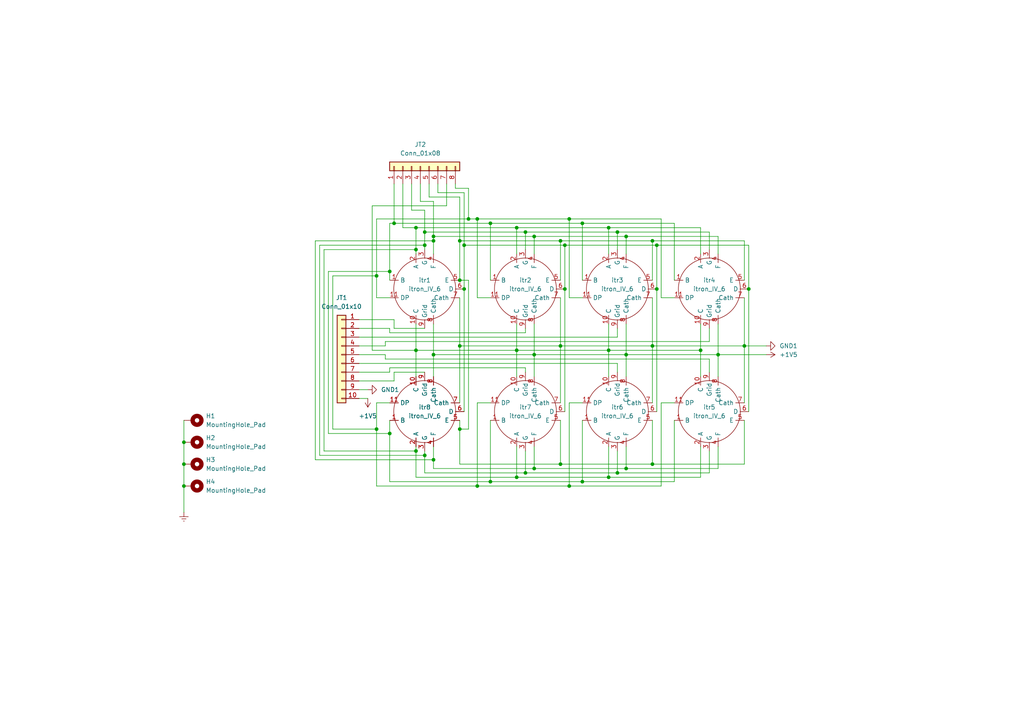
<source format=kicad_sch>
(kicad_sch (version 20211123) (generator eeschema)
  (paper "A4")
  (title_block (title "Divergence Meter - logic board") (date "2022") (company "Made by Toohka / Okarisu"))
  (lib_symbols
    (symbol "Connector_Generic:Conn_01x08" (pin_names (offset 1.016) hide)
      (property "Reference" "J" (at 0 10.16 0))
      (property "Value" "Conn_01x08" (at 0 -12.7 0))
      (symbol "Conn_01x08_1_1"
        (rectangle (start -1.27 -10.033) (end 0 -10.287) (stroke (width 0.1524)))
        (rectangle (start -1.27 -7.493) (end 0 -7.747) (stroke (width 0.1524)))
        (rectangle (start -1.27 -4.953) (end 0 -5.207) (stroke (width 0.1524)))
        (rectangle (start -1.27 -2.413) (end 0 -2.667) (stroke (width 0.1524)))
        (rectangle (start -1.27 0.127) (end 0 -0.127) (stroke (width 0.1524)))
        (rectangle (start -1.27 2.667) (end 0 2.413) (stroke (width 0.1524)))
        (rectangle (start -1.27 5.207) (end 0 4.953) (stroke (width 0.1524)))
        (rectangle (start -1.27 7.747) (end 0 7.493) (stroke (width 0.1524)))
        (rectangle (start -1.27 8.89) (end 1.27 -11.43) (stroke (width 0.254)) (fill (type background)))
        (pin passive line (at -5.08 7.62 0) (length 3.81) (name "Pin_1") (number "1"))
        (pin passive line (at -5.08 5.08 0) (length 3.81) (name "Pin_2") (number "2"))
        (pin passive line (at -5.08 2.54 0) (length 3.81) (name "Pin_3") (number "3"))
        (pin passive line (at -5.08 0 0) (length 3.81) (name "Pin_4") (number "4"))
        (pin passive line (at -5.08 -2.54 0) (length 3.81) (name "Pin_5") (number "5"))
        (pin passive line (at -5.08 -5.08 0) (length 3.81) (name "Pin_6") (number "6"))
        (pin passive line (at -5.08 -7.62 0) (length 3.81) (name "Pin_7") (number "7"))
        (pin passive line (at -5.08 -10.16 0) (length 3.81) (name "Pin_8") (number "8"))
      )
    )
    (symbol "Connector_Generic:Conn_01x10" (pin_names (offset 1.016) hide)
      (property "Reference" "J" (at 0 12.7 0))
      (property "Value" "Conn_01x10" (at 0 -15.24 0))
      (symbol "Conn_01x10_1_1"
        (rectangle (start -1.27 -12.573) (end 0 -12.827) (stroke (width 0.1524)))
        (rectangle (start -1.27 -10.033) (end 0 -10.287) (stroke (width 0.1524)))
        (rectangle (start -1.27 -7.493) (end 0 -7.747) (stroke (width 0.1524)))
        (rectangle (start -1.27 -4.953) (end 0 -5.207) (stroke (width 0.1524)))
        (rectangle (start -1.27 -2.413) (end 0 -2.667) (stroke (width 0.1524)))
        (rectangle (start -1.27 0.127) (end 0 -0.127) (stroke (width 0.1524)))
        (rectangle (start -1.27 2.667) (end 0 2.413) (stroke (width 0.1524)))
        (rectangle (start -1.27 5.207) (end 0 4.953) (stroke (width 0.1524)))
        (rectangle (start -1.27 7.747) (end 0 7.493) (stroke (width 0.1524)))
        (rectangle (start -1.27 10.287) (end 0 10.033) (stroke (width 0.1524)))
        (rectangle (start -1.27 11.43) (end 1.27 -13.97) (stroke (width 0.254)) (fill (type background)))
        (pin passive line (at -5.08 10.16 0) (length 3.81) (name "Pin_1") (number "1"))
        (pin passive line (at -5.08 -12.7 0) (length 3.81) (name "Pin_10") (number "10"))
        (pin passive line (at -5.08 7.62 0) (length 3.81) (name "Pin_2") (number "2"))
        (pin passive line (at -5.08 5.08 0) (length 3.81) (name "Pin_3") (number "3"))
        (pin passive line (at -5.08 2.54 0) (length 3.81) (name "Pin_4") (number "4"))
        (pin passive line (at -5.08 0 0) (length 3.81) (name "Pin_5") (number "5"))
        (pin passive line (at -5.08 -2.54 0) (length 3.81) (name "Pin_6") (number "6"))
        (pin passive line (at -5.08 -5.08 0) (length 3.81) (name "Pin_7") (number "7"))
        (pin passive line (at -5.08 -7.62 0) (length 3.81) (name "Pin_8") (number "8"))
        (pin passive line (at -5.08 -10.16 0) (length 3.81) (name "Pin_9") (number "9"))
      )
    )
    (symbol "Mechanical:MountingHole_Pad" (pin_numbers hide) (pin_names (offset 1.016) hide)
      (property "Reference" "H" (at 0 6.35 0))
      (property "Value" "MountingHole_Pad" (at 0 4.445 0))
      (symbol "MountingHole_Pad_0_1"
        (circle (center 0 1.27) (radius 1.27) (stroke (width 1.27)))
      )
      (symbol "MountingHole_Pad_1_1"
        (pin input line (at 0 -2.54 90) (length 2.54) (name "1") (number "1"))
      )
    )
    (symbol "itron_iv_6:itron_IV_6"
      (property "Reference" "itr" (at 0 0 0))
      (property "Value" "itron_IV_6" (at -10.16 -5.08 0))
      (symbol "itron_IV_6_0_1"
        (circle (center 0 -13.97) (radius 8.9803))
      )
      (symbol "itron_IV_6_1_1"
        (pin input line (at -10.16 -11.43 0) (length 2.54) (name "B") (number "1"))
        (pin input line (at -2.54 -24.13 90) (length 2.54) (name "C") (number "10"))
        (pin input line (at -10.16 -16.51 0) (length 2.54) (name "DP") (number "11"))
        (pin input line (at -2.54 -3.81 270) (length 2.54) (name "A") (number "2"))
        (pin input line (at 0 -2.54 270) (length 2.54) (name "G") (number "3"))
        (pin input line (at 2.54 -3.81 270) (length 2.54) (name "F") (number "4"))
        (pin input line (at 10.16 -11.43 180) (length 2.54) (name "E") (number "5"))
        (pin input line (at 11.43 -13.97 180) (length 2.54) (name "D") (number "6"))
        (pin input line (at 10.16 -16.51 180) (length 2.54) (name "Cath") (number "7"))
        (pin input line (at 2.54 -24.13 90) (length 2.54) (name "Cath") (number "8"))
        (pin input line (at 0 -25.4 90) (length 2.54) (name "Grid") (number "9"))
      )
    )
    (symbol "power:+1V5" (power) (pin_names (offset 0))
      (property "Value" "+1V5" (at 0 3.556 0))
      (symbol "+1V5_0_1"
        (polyline (pts (xy -0.762 1.27) (xy 0 2.54)))
        (polyline (pts (xy 0 0) (xy 0 2.54)))
        (polyline (pts (xy 0 2.54) (xy 0.762 1.27)))
      )
      (symbol "+1V5_1_1"
        (pin power_in line (at 0 0 90) (length 0) hide (name "+1V5") (number "1"))
      )
    )
    (symbol "power:Earth" (power) (pin_names (offset 0))
      (symbol "Earth_0_1"
        (polyline (pts (xy -0.635 -1.905) (xy 0.635 -1.905)))
        (polyline (pts (xy -0.127 -2.54) (xy 0.127 -2.54)))
        (polyline (pts (xy 0 -1.27) (xy 0 0)))
        (polyline (pts (xy 1.27 -1.27) (xy -1.27 -1.27)))
      )
      (symbol "Earth_1_1"
        (pin power_in line (at 0 0 270) (length 0) hide (name "Earth") (number "1"))
      )
    )
    (symbol "power:GND1" (power) (pin_names (offset 0))
      (property "Value" "GND1" (at 0 -3.81 0))
      (symbol "GND1_0_1"
        (polyline (pts (xy 0 0) (xy 0 -1.27) (xy 1.27 -1.27) (xy 0 -2.54) (xy -1.27 -1.27) (xy 0 -1.27)))
      )
      (symbol "GND1_1_1"
        (pin power_in line (at 0 0 270) (length 0) hide (name "GND1") (number "1"))
      )
    )
  )
  (junction (at 189.23 100.33))
  (junction (at 133.35 100.33))
  (junction (at 162.56 69.85))
  (junction (at 53.34 128.27))
  (junction (at 154.94 68.58))
  (junction (at 190.5 83.82))
  (junction (at 125.73 133.35))
  (junction (at 152.4 137.16))
  (junction (at 138.43 63.5))
  (junction (at 163.83 83.82))
  (junction (at 154.94 135.89))
  (junction (at 163.83 71.12))
  (junction (at 203.2 101.6))
  (junction (at 149.86 138.43))
  (junction (at 133.35 69.85))
  (junction (at 149.86 66.04))
  (junction (at 176.53 101.6))
  (junction (at 168.91 139.7))
  (junction (at 125.73 102.87))
  (junction (at 133.35 124.46))
  (junction (at 208.28 102.87))
  (junction (at 217.17 83.82))
  (junction (at 189.23 69.85))
  (junction (at 179.07 137.16))
  (junction (at 165.1 63.5))
  (junction (at 120.65 101.6))
  (junction (at 109.22 124.46))
  (junction (at 123.19 71.12))
  (junction (at 165.1 140.97))
  (junction (at 162.56 100.33))
  (junction (at 113.03 125.73))
  (junction (at 181.61 102.87))
  (junction (at 134.62 83.82))
  (junction (at 53.34 140.97))
  (junction (at 176.53 138.43))
  (junction (at 189.23 134.62))
  (junction (at 149.86 101.6))
  (junction (at 120.65 72.39))
  (junction (at 133.35 81.28))
  (junction (at 181.61 135.89))
  (junction (at 168.91 64.77))
  (junction (at 120.65 66.04))
  (junction (at 114.3 64.77))
  (junction (at 154.94 102.87))
  (junction (at 134.62 71.12))
  (junction (at 176.53 66.04))
  (junction (at 181.61 68.58))
  (junction (at 120.65 130.81))
  (junction (at 138.43 140.97))
  (junction (at 152.4 67.31))
  (junction (at 53.34 134.62))
  (junction (at 109.22 80.01))
  (junction (at 190.5 71.12))
  (junction (at 142.24 139.7))
  (junction (at 113.03 78.74))
  (junction (at 215.9 100.33))
  (junction (at 162.56 134.62))
  (junction (at 135.89 63.5))
  (junction (at 123.19 132.08))
  (junction (at 123.19 67.31))
  (junction (at 125.73 69.85))
  (junction (at 179.07 67.31))
  (junction (at 142.24 64.77))
  (junction (at 125.73 68.58))
  (wire (pts (xy 119.38 60.96) (xy 123.19 60.96)))
  (wire (pts (xy 179.07 95.25) (xy 179.07 97.79)))
  (wire (pts (xy 134.62 55.88) (xy 127 55.88)))
  (wire (pts (xy 149.86 66.04) (xy 120.65 66.04)))
  (wire (pts (xy 123.19 60.96) (xy 123.19 67.31)))
  (wire (pts (xy 179.07 67.31) (xy 179.07 72.39)))
  (wire (pts (xy 176.53 66.04) (xy 149.86 66.04)))
  (wire (pts (xy 123.19 71.12) (xy 92.71 71.12)))
  (wire (pts (xy 135.89 81.28) (xy 133.35 81.28)))
  (wire (pts (xy 179.07 105.41) (xy 179.07 107.95)))
  (wire (pts (xy 133.35 100.33) (xy 162.56 100.33)))
  (wire (pts (xy 138.43 140.97) (xy 165.1 140.97)))
  (wire (pts (xy 162.56 69.85) (xy 162.56 81.28)))
  (wire (pts (xy 189.23 121.92) (xy 189.23 134.62)))
  (wire (pts (xy 120.65 93.98) (xy 120.65 101.6)))
  (wire (pts (xy 149.86 66.04) (xy 149.86 73.66)))
  (wire (pts (xy 181.61 68.58) (xy 208.28 68.58)))
  (wire (pts (xy 53.34 140.97) (xy 53.34 148.59)))
  (wire (pts (xy 109.22 124.46) (xy 96.52 124.46)))
  (wire (pts (xy 109.22 86.36) (xy 109.22 80.01)))
  (wire (pts (xy 134.62 83.82) (xy 134.62 119.38)))
  (wire (pts (xy 142.24 121.92) (xy 142.24 139.7)))
  (wire (pts (xy 168.91 64.77) (xy 195.58 64.77)))
  (wire (pts (xy 133.35 124.46) (xy 133.35 134.62)))
  (wire (pts (xy 205.74 95.25) (xy 205.74 99.06)))
  (wire (pts (xy 205.74 67.31) (xy 179.07 67.31)))
  (wire (pts (xy 176.53 129.54) (xy 176.53 138.43)))
  (wire (pts (xy 205.74 130.81) (xy 205.74 137.16)))
  (wire (pts (xy 114.3 110.49) (xy 114.3 107.95)))
  (wire (pts (xy 133.35 69.85) (xy 133.35 57.15)))
  (wire (pts (xy 133.35 134.62) (xy 162.56 134.62)))
  (wire (pts (xy 125.73 69.85) (xy 125.73 68.58)))
  (wire (pts (xy 125.73 93.98) (xy 125.73 102.87)))
  (wire (pts (xy 190.5 83.82) (xy 190.5 119.38)))
  (wire (pts (xy 208.28 129.54) (xy 208.28 135.89)))
  (wire (pts (xy 120.65 72.39) (xy 120.65 73.66)))
  (wire (pts (xy 125.73 58.42) (xy 121.92 58.42)))
  (wire (pts (xy 120.65 129.54) (xy 120.65 130.81)))
  (wire (pts (xy 149.86 93.98) (xy 149.86 101.6)))
  (wire (pts (xy 133.35 69.85) (xy 162.56 69.85)))
  (wire (pts (xy 149.86 138.43) (xy 176.53 138.43)))
  (wire (pts (xy 176.53 101.6) (xy 203.2 101.6)))
  (wire (pts (xy 104.14 97.79) (xy 179.07 97.79)))
  (wire (pts (xy 134.62 71.12) (xy 134.62 55.88)))
  (wire (pts (xy 107.95 59.69) (xy 129.54 59.69)))
  (wire (pts (xy 162.56 69.85) (xy 189.23 69.85)))
  (wire (pts (xy 152.4 67.31) (xy 152.4 72.39)))
  (wire (pts (xy 152.4 106.68) (xy 152.4 107.95)))
  (wire (pts (xy 113.03 121.92) (xy 113.03 125.73)))
  (wire (pts (xy 113.03 78.74) (xy 113.03 64.77)))
  (wire (pts (xy 154.94 102.87) (xy 154.94 109.22)))
  (wire (pts (xy 208.28 93.98) (xy 208.28 102.87)))
  (wire (pts (xy 190.5 71.12) (xy 217.17 71.12)))
  (wire (pts (xy 93.98 130.81) (xy 93.98 72.39)))
  (wire (pts (xy 181.61 102.87) (xy 208.28 102.87)))
  (wire (pts (xy 152.4 67.31) (xy 123.19 67.31)))
  (wire (pts (xy 120.65 66.04) (xy 120.65 72.39)))
  (wire (pts (xy 208.28 68.58) (xy 208.28 73.66)))
  (wire (pts (xy 132.08 54.61) (xy 132.08 53.34)))
  (wire (pts (xy 109.22 140.97) (xy 138.43 140.97)))
  (wire (pts (xy 154.94 93.98) (xy 154.94 102.87)))
  (wire (pts (xy 191.77 116.84) (xy 195.58 116.84)))
  (wire (pts (xy 179.07 67.31) (xy 152.4 67.31)))
  (wire (pts (xy 203.2 66.04) (xy 176.53 66.04)))
  (wire (pts (xy 208.28 135.89) (xy 181.61 135.89)))
  (wire (pts (xy 124.46 57.15) (xy 124.46 53.34)))
  (wire (pts (xy 134.62 71.12) (xy 134.62 83.82)))
  (wire (pts (xy 113.03 96.52) (xy 152.4 96.52)))
  (wire (pts (xy 113.03 106.68) (xy 152.4 106.68)))
  (wire (pts (xy 53.34 128.27) (xy 53.34 134.62)))
  (wire (pts (xy 121.92 58.42) (xy 121.92 53.34)))
  (wire (pts (xy 190.5 71.12) (xy 190.5 83.82)))
  (wire (pts (xy 208.28 102.87) (xy 208.28 109.22)))
  (wire (pts (xy 120.65 130.81) (xy 93.98 130.81)))
  (wire (pts (xy 104.14 102.87) (xy 111.76 102.87)))
  (wire (pts (xy 189.23 86.36) (xy 189.23 100.33)))
  (wire (pts (xy 123.19 132.08) (xy 123.19 130.81)))
  (wire (pts (xy 133.35 86.36) (xy 133.35 100.33)))
  (wire (pts (xy 205.74 99.06) (xy 111.76 99.06)))
  (wire (pts (xy 114.3 107.95) (xy 123.19 107.95)))
  (wire (pts (xy 107.95 59.69) (xy 107.95 101.6)))
  (wire (pts (xy 203.2 73.66) (xy 203.2 66.04)))
  (wire (pts (xy 96.52 124.46) (xy 96.52 80.01)))
  (wire (pts (xy 189.23 100.33) (xy 189.23 116.84)))
  (wire (pts (xy 189.23 134.62) (xy 162.56 134.62)))
  (wire (pts (xy 195.58 139.7) (xy 195.58 121.92)))
  (wire (pts (xy 120.65 101.6) (xy 107.95 101.6)))
  (wire (pts (xy 205.74 137.16) (xy 179.07 137.16)))
  (wire (pts (xy 53.34 134.62) (xy 53.34 140.97)))
  (wire (pts (xy 95.25 78.74) (xy 113.03 78.74)))
  (wire (pts (xy 133.35 100.33) (xy 133.35 116.84)))
  (wire (pts (xy 114.3 95.25) (xy 114.3 92.71)))
  (wire (pts (xy 113.03 139.7) (xy 142.24 139.7)))
  (wire (pts (xy 152.4 130.81) (xy 152.4 137.16)))
  (wire (pts (xy 149.86 129.54) (xy 149.86 138.43)))
  (wire (pts (xy 149.86 101.6) (xy 149.86 109.22)))
  (wire (pts (xy 134.62 71.12) (xy 163.83 71.12)))
  (wire (pts (xy 133.35 121.92) (xy 133.35 124.46)))
  (wire (pts (xy 191.77 140.97) (xy 191.77 116.84)))
  (wire (pts (xy 162.56 134.62) (xy 162.56 121.92)))
  (wire (pts (xy 120.65 130.81) (xy 120.65 138.43)))
  (wire (pts (xy 123.19 71.12) (xy 123.19 72.39)))
  (wire (pts (xy 215.9 86.36) (xy 215.9 100.33)))
  (wire (pts (xy 123.19 137.16) (xy 123.19 132.08)))
  (wire (pts (xy 181.61 93.98) (xy 181.61 102.87)))
  (wire (pts (xy 113.03 86.36) (xy 109.22 86.36)))
  (wire (pts (xy 138.43 116.84) (xy 142.24 116.84)))
  (wire (pts (xy 162.56 100.33) (xy 189.23 100.33)))
  (wire (pts (xy 217.17 71.12) (xy 217.17 83.82)))
  (wire (pts (xy 125.73 133.35) (xy 91.44 133.35)))
  (wire (pts (xy 114.3 53.34) (xy 114.3 64.77)))
  (wire (pts (xy 165.1 63.5) (xy 191.77 63.5)))
  (wire (pts (xy 93.98 72.39) (xy 120.65 72.39)))
  (wire (pts (xy 165.1 63.5) (xy 165.1 86.36)))
  (wire (pts (xy 138.43 63.5) (xy 138.43 86.36)))
  (wire (pts (xy 189.23 69.85) (xy 215.9 69.85)))
  (wire (pts (xy 181.61 135.89) (xy 154.94 135.89)))
  (wire (pts (xy 149.86 101.6) (xy 176.53 101.6)))
  (wire (pts (xy 215.9 134.62) (xy 189.23 134.62)))
  (wire (pts (xy 165.1 86.36) (xy 168.91 86.36)))
  (wire (pts (xy 191.77 63.5) (xy 191.77 86.36)))
  (wire (pts (xy 154.94 68.58) (xy 181.61 68.58)))
  (wire (pts (xy 125.73 133.35) (xy 125.73 135.89)))
  (wire (pts (xy 133.35 57.15) (xy 124.46 57.15)))
  (wire (pts (xy 165.1 116.84) (xy 168.91 116.84)))
  (wire (pts (xy 133.35 124.46) (xy 135.89 124.46)))
  (wire (pts (xy 176.53 66.04) (xy 176.53 73.66)))
  (wire (pts (xy 215.9 100.33) (xy 215.9 116.84)))
  (wire (pts (xy 125.73 73.66) (xy 125.73 69.85)))
  (wire (pts (xy 163.83 71.12) (xy 190.5 71.12)))
  (wire (pts (xy 123.19 67.31) (xy 123.19 71.12)))
  (wire (pts (xy 163.83 83.82) (xy 163.83 119.38)))
  (wire (pts (xy 113.03 125.73) (xy 95.25 125.73)))
  (wire (pts (xy 111.76 102.87) (xy 111.76 104.14)))
  (wire (pts (xy 154.94 102.87) (xy 181.61 102.87)))
  (wire (pts (xy 165.1 140.97) (xy 191.77 140.97)))
  (wire (pts (xy 135.89 124.46) (xy 135.89 81.28)))
  (wire (pts (xy 113.03 64.77) (xy 114.3 64.77)))
  (wire (pts (xy 176.53 93.98) (xy 176.53 101.6)))
  (wire (pts (xy 215.9 121.92) (xy 215.9 134.62)))
  (wire (pts (xy 203.2 101.6) (xy 203.2 109.22)))
  (wire (pts (xy 189.23 69.85) (xy 189.23 81.28)))
  (wire (pts (xy 135.89 63.5) (xy 135.89 54.61)))
  (wire (pts (xy 165.1 140.97) (xy 165.1 116.84)))
  (wire (pts (xy 138.43 140.97) (xy 138.43 116.84)))
  (wire (pts (xy 133.35 81.28) (xy 133.35 69.85)))
  (wire (pts (xy 138.43 63.5) (xy 165.1 63.5)))
  (wire (pts (xy 135.89 63.5) (xy 138.43 63.5)))
  (wire (pts (xy 125.73 102.87) (xy 154.94 102.87)))
  (wire (pts (xy 181.61 129.54) (xy 181.61 135.89)))
  (wire (pts (xy 109.22 124.46) (xy 109.22 140.97)))
  (wire (pts (xy 104.14 113.03) (xy 106.68 113.03)))
  (wire (pts (xy 125.73 68.58) (xy 154.94 68.58)))
  (wire (pts (xy 53.34 121.92) (xy 53.34 128.27)))
  (wire (pts (xy 114.3 92.71) (xy 104.14 92.71)))
  (wire (pts (xy 125.73 68.58) (xy 125.73 58.42)))
  (wire (pts (xy 119.38 53.34) (xy 119.38 60.96)))
  (wire (pts (xy 114.3 64.77) (xy 142.24 64.77)))
  (wire (pts (xy 215.9 100.33) (xy 222.25 100.33)))
  (wire (pts (xy 189.23 100.33) (xy 215.9 100.33)))
  (wire (pts (xy 120.65 101.6) (xy 149.86 101.6)))
  (wire (pts (xy 217.17 83.82) (xy 217.17 119.38)))
  (wire (pts (xy 129.54 59.69) (xy 129.54 53.34)))
  (wire (pts (xy 176.53 101.6) (xy 176.53 109.22)))
  (wire (pts (xy 104.14 95.25) (xy 113.03 95.25)))
  (wire (pts (xy 163.83 71.12) (xy 163.83 83.82)))
  (wire (pts (xy 125.73 135.89) (xy 154.94 135.89)))
  (wire (pts (xy 203.2 93.98) (xy 203.2 101.6)))
  (wire (pts (xy 195.58 64.77) (xy 195.58 81.28)))
  (wire (pts (xy 127 55.88) (xy 127 53.34)))
  (wire (pts (xy 179.07 130.81) (xy 179.07 137.16)))
  (wire (pts (xy 113.03 116.84) (xy 109.22 116.84)))
  (wire (pts (xy 123.19 95.25) (xy 114.3 95.25)))
  (wire (pts (xy 181.61 102.87) (xy 181.61 109.22)))
  (wire (pts (xy 181.61 68.58) (xy 181.61 73.66)))
  (wire (pts (xy 125.73 129.54) (xy 125.73 133.35)))
  (wire (pts (xy 113.03 95.25) (xy 113.03 96.52)))
  (wire (pts (xy 109.22 116.84) (xy 109.22 124.46)))
  (wire (pts (xy 215.9 69.85) (xy 215.9 81.28)))
  (wire (pts (xy 116.84 66.04) (xy 120.65 66.04)))
  (wire (pts (xy 168.91 139.7) (xy 168.91 121.92)))
  (wire (pts (xy 111.76 104.14) (xy 205.74 104.14)))
  (wire (pts (xy 152.4 137.16) (xy 123.19 137.16)))
  (wire (pts (xy 109.22 63.5) (xy 135.89 63.5)))
  (wire (pts (xy 142.24 64.77) (xy 168.91 64.77)))
  (wire (pts (xy 116.84 53.34) (xy 116.84 66.04)))
  (wire (pts (xy 205.74 72.39) (xy 205.74 67.31)))
  (wire (pts (xy 95.25 125.73) (xy 95.25 78.74)))
  (wire (pts (xy 154.94 135.89) (xy 154.94 129.54)))
  (wire (pts (xy 138.43 86.36) (xy 142.24 86.36)))
  (wire (pts (xy 120.65 138.43) (xy 149.86 138.43)))
  (wire (pts (xy 104.14 105.41) (xy 179.07 105.41)))
  (wire (pts (xy 135.89 54.61) (xy 132.08 54.61)))
  (wire (pts (xy 92.71 71.12) (xy 92.71 132.08)))
  (wire (pts (xy 168.91 139.7) (xy 195.58 139.7)))
  (wire (pts (xy 162.56 86.36) (xy 162.56 100.33)))
  (wire (pts (xy 91.44 69.85) (xy 125.73 69.85)))
  (wire (pts (xy 168.91 64.77) (xy 168.91 81.28)))
  (wire (pts (xy 125.73 102.87) (xy 125.73 109.22)))
  (wire (pts (xy 113.03 125.73) (xy 113.03 139.7)))
  (wire (pts (xy 109.22 80.01) (xy 109.22 63.5)))
  (wire (pts (xy 96.52 80.01) (xy 109.22 80.01)))
  (wire (pts (xy 113.03 107.95) (xy 113.03 106.68)))
  (wire (pts (xy 152.4 95.25) (xy 152.4 96.52)))
  (wire (pts (xy 142.24 64.77) (xy 142.24 81.28)))
  (wire (pts (xy 91.44 133.35) (xy 91.44 69.85)))
  (wire (pts (xy 111.76 100.33) (xy 104.14 100.33)))
  (wire (pts (xy 208.28 102.87) (xy 222.25 102.87)))
  (wire (pts (xy 162.56 100.33) (xy 162.56 116.84)))
  (wire (pts (xy 104.14 107.95) (xy 113.03 107.95)))
  (wire (pts (xy 205.74 104.14) (xy 205.74 107.95)))
  (wire (pts (xy 179.07 137.16) (xy 152.4 137.16)))
  (wire (pts (xy 191.77 86.36) (xy 195.58 86.36)))
  (wire (pts (xy 111.76 99.06) (xy 111.76 100.33)))
  (wire (pts (xy 142.24 139.7) (xy 168.91 139.7)))
  (wire (pts (xy 113.03 81.28) (xy 113.03 78.74)))
  (wire (pts (xy 104.14 110.49) (xy 114.3 110.49)))
  (wire (pts (xy 154.94 68.58) (xy 154.94 73.66)))
  (wire (pts (xy 120.65 101.6) (xy 120.65 109.22)))
  (wire (pts (xy 176.53 138.43) (xy 203.2 138.43)))
  (wire (pts (xy 203.2 138.43) (xy 203.2 129.54)))
  (wire (pts (xy 92.71 132.08) (xy 123.19 132.08)))
  (wire (pts (xy 104.14 115.57) (xy 106.68 115.57)))
  (symbol (lib_id "power:+1V5") (at 106.68 115.57 180) (unit 1)
    (property "Reference" "#PWR0104" (effects hide))
    (property "Value" "+1V5" (at 106.68 120.65 0))
  )
  (symbol (lib_id "Connector_Generic:Conn_01x10") (at 99.06 102.87 0) (mirror y) (unit 1)
    (property "Reference" "JT1" (at 99.06 86.36 0))
    (property "Value" "Conn_01x10" (at 99.06 88.9 0))
    (property "Footprint" "Connector_PinHeader_2.54mm:PinHeader_1x10_P2.54mm_Vertical" (effects hide))
  )
  (symbol (lib_id "itron_iv_6:itron_IV_6") (at 123.19 69.85 0) (unit 1)
    (property "Reference" "itr1" (at 123.19 81.28 0))
    (property "Value" "itron_IV_6" (at 123.19 83.82 0))
    (property "Footprint" "Itron:itron_IV_6" (effects hide))
  )
  (symbol (lib_id "itron_iv_6:itron_IV_6") (at 179.07 133.35 0) (mirror x) (unit 1)
    (property "Reference" "itr6" (at 179.07 118.11 0))
    (property "Value" "itron_IV_6" (at 179.07 120.65 0))
    (property "Footprint" "Itron:itron_IV_6" (effects hide))
  )
  (symbol (lib_id "Mechanical:MountingHole_Pad") (at 55.88 140.97 270) (unit 1)
    (property "Reference" "H4" (at 59.69 139.6999 90) (effects (justify left)))
    (property "Value" "MountingHole_Pad" (at 59.69 142.2399 90) (effects (justify left)))
    (property "Footprint" "MountingHole:MountingHole_3.5mm_Pad_Via" (effects hide))
  )
  (symbol (lib_id "itron_iv_6:itron_IV_6") (at 205.74 69.85 0) (unit 1)
    (property "Reference" "itr4" (at 205.74 81.28 0))
    (property "Value" "itron_IV_6" (at 205.74 83.82 0))
    (property "Footprint" "Itron:itron_IV_6" (effects hide))
  )
  (symbol (lib_id "itron_iv_6:itron_IV_6") (at 123.19 133.35 0) (mirror x) (unit 1)
    (property "Reference" "itr8" (at 123.19 118.11 0))
    (property "Value" "itron_IV_6" (at 123.19 120.65 0))
    (property "Footprint" "Itron:itron_IV_6" (effects hide))
  )
  (symbol (lib_id "power:+1V5") (at 222.25 102.87 270) (unit 1)
    (property "Reference" "#PWR0102" (effects hide))
    (property "Value" "+1V5" (at 226.06 102.8699 90) (effects (justify left)))
  )
  (symbol (lib_id "Mechanical:MountingHole_Pad") (at 55.88 128.27 270) (unit 1)
    (property "Reference" "H2" (at 59.69 126.9999 90) (effects (justify left)))
    (property "Value" "MountingHole_Pad" (at 59.69 129.5399 90) (effects (justify left)))
    (property "Footprint" "MountingHole:MountingHole_3.5mm_Pad_Via" (effects hide))
  )
  (symbol (lib_id "itron_iv_6:itron_IV_6") (at 205.74 133.35 0) (mirror x) (unit 1)
    (property "Reference" "itr5" (at 205.74 118.11 0))
    (property "Value" "itron_IV_6" (at 205.74 120.65 0))
    (property "Footprint" "Itron:itron_IV_6" (effects hide))
  )
  (symbol (lib_id "Mechanical:MountingHole_Pad") (at 55.88 121.92 270) (unit 1)
    (property "Reference" "H1" (at 59.69 120.6499 90) (effects (justify left)))
    (property "Value" "MountingHole_Pad" (at 59.69 123.1899 90) (effects (justify left)))
    (property "Footprint" "MountingHole:MountingHole_3.5mm_Pad_Via" (effects hide))
  )
  (symbol (lib_id "Connector_Generic:Conn_01x08") (at 121.92 48.26 90) (unit 1)
    (property "Reference" "JT2" (at 121.92 41.91 90))
    (property "Value" "Conn_01x08" (at 121.92 44.45 90))
    (property "Footprint" "Connector_PinHeader_2.54mm:PinHeader_1x08_P2.54mm_Vertical" (effects hide))
  )
  (symbol (lib_id "power:GND1") (at 222.25 100.33 90) (unit 1)
    (property "Reference" "#PWR0101" (effects hide))
    (property "Value" "GND1" (at 226.06 100.3299 90) (effects (justify right)))
  )
  (symbol (lib_id "power:GND1") (at 106.68 113.03 90) (unit 1)
    (property "Reference" "#PWR0103" (effects hide))
    (property "Value" "GND1" (at 110.49 113.0299 90) (effects (justify right)))
  )
  (symbol (lib_id "power:Earth") (at 53.34 148.59 0) (unit 1)
    (property "Reference" "#PWR?" (effects hide))
    (property "Value" "Earth" (effects hide))
  )
  (symbol (lib_id "itron_iv_6:itron_IV_6") (at 152.4 69.85 0) (unit 1)
    (property "Reference" "itr2" (at 152.4 81.28 0))
    (property "Value" "itron_IV_6" (at 152.4 83.82 0))
    (property "Footprint" "Itron:itron_IV_6" (effects hide))
  )
  (symbol (lib_id "itron_iv_6:itron_IV_6") (at 179.07 69.85 0) (unit 1)
    (property "Reference" "itr3" (at 179.07 81.28 0))
    (property "Value" "itron_IV_6" (at 179.07 83.82 0))
    (property "Footprint" "Itron:itron_IV_6" (effects hide))
  )
  (symbol (lib_id "itron_iv_6:itron_IV_6") (at 152.4 133.35 0) (mirror x) (unit 1)
    (property "Reference" "itr7" (at 152.4 118.11 0))
    (property "Value" "itron_IV_6" (at 152.4 120.65 0))
    (property "Footprint" "Itron:itron_IV_6" (effects hide))
  )
  (symbol (lib_id "Mechanical:MountingHole_Pad") (at 55.88 134.62 270) (unit 1)
    (property "Reference" "H3" (at 59.69 133.3499 90) (effects (justify left)))
    (property "Value" "MountingHole_Pad" (at 59.69 135.8899 90) (effects (justify left)))
    (property "Footprint" "MountingHole:MountingHole_3.5mm_Pad_Via" (effects hide))
  )
)
</source>
